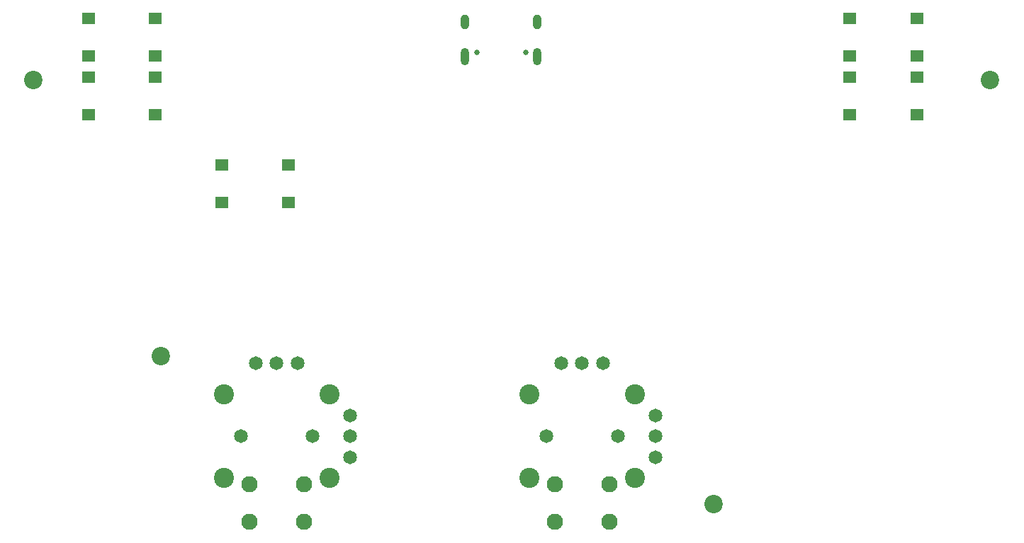
<source format=gbr>
%TF.GenerationSoftware,KiCad,Pcbnew,9.0.0-9.0.0-2~ubuntu24.04.1*%
%TF.CreationDate,2025-03-18T17:56:42+01:00*%
%TF.ProjectId,omnicontroller,6f6d6e69-636f-46e7-9472-6f6c6c65722e,rev?*%
%TF.SameCoordinates,Original*%
%TF.FileFunction,Soldermask,Bot*%
%TF.FilePolarity,Negative*%
%FSLAX46Y46*%
G04 Gerber Fmt 4.6, Leading zero omitted, Abs format (unit mm)*
G04 Created by KiCad (PCBNEW 9.0.0-9.0.0-2~ubuntu24.04.1) date 2025-03-18 17:56:42*
%MOMM*%
%LPD*%
G01*
G04 APERTURE LIST*
%ADD10C,1.650000*%
%ADD11C,2.400000*%
%ADD12C,1.950000*%
%ADD13C,0.650000*%
%ADD14O,1.000000X2.100000*%
%ADD15O,1.000000X1.800000*%
%ADD16C,2.200000*%
%ADD17R,1.600000X1.400000*%
G04 APERTURE END LIST*
D10*
%TO.C,LeftStick1*%
X85700000Y-98500000D03*
X94300000Y-98500000D03*
X87500000Y-89770000D03*
X90000000Y-89770000D03*
X92500000Y-89770000D03*
D11*
X83675000Y-93500000D03*
X96325000Y-93500000D03*
X96325000Y-103500000D03*
X83675000Y-103500000D03*
D12*
X86750000Y-104250000D03*
X93250000Y-104250000D03*
X86750000Y-108750000D03*
X93250000Y-108750000D03*
D10*
X98730000Y-96000000D03*
X98730000Y-98500000D03*
X98730000Y-101000000D03*
%TD*%
%TO.C,RightStick1*%
X122200000Y-98500000D03*
X130800000Y-98500000D03*
X124000000Y-89770000D03*
X126500000Y-89770000D03*
X129000000Y-89770000D03*
D11*
X120175000Y-93500000D03*
X132825000Y-93500000D03*
X132825000Y-103500000D03*
X120175000Y-103500000D03*
D12*
X123250000Y-104250000D03*
X129750000Y-104250000D03*
X123250000Y-108750000D03*
X129750000Y-108750000D03*
D10*
X135230000Y-96000000D03*
X135230000Y-98500000D03*
X135230000Y-101000000D03*
%TD*%
D13*
%TO.C,J1*%
X119730000Y-52605000D03*
X113950000Y-52605000D03*
D14*
X121160000Y-53125000D03*
D15*
X121160000Y-48925000D03*
D14*
X112520000Y-53125000D03*
D15*
X112520000Y-48925000D03*
%TD*%
D16*
%TO.C,REF\u002A\u002A*%
X175260000Y-55880000D03*
%TD*%
%TO.C,REF\u002A\u002A*%
X60960000Y-55880000D03*
%TD*%
%TO.C,REF\u002A\u002A*%
X142240000Y-106600000D03*
%TD*%
%TO.C,REF\u002A\u002A*%
X76200000Y-88900000D03*
%TD*%
D17*
%TO.C,L2*%
X75500000Y-55550000D03*
X67500000Y-55550000D03*
X75500000Y-60050000D03*
X67500000Y-60050000D03*
%TD*%
%TO.C,BOOT_SEL1*%
X83440000Y-70540000D03*
X91440000Y-70540000D03*
X83440000Y-66040000D03*
X91440000Y-66040000D03*
%TD*%
%TO.C,L1*%
X75500000Y-48550000D03*
X67500000Y-48550000D03*
X75500000Y-53050000D03*
X67500000Y-53050000D03*
%TD*%
%TO.C,bR2*%
X166500000Y-55550000D03*
X158500000Y-55550000D03*
X166500000Y-60050000D03*
X158500000Y-60050000D03*
%TD*%
%TO.C,bR1*%
X166500000Y-48550000D03*
X158500000Y-48550000D03*
X166500000Y-53050000D03*
X158500000Y-53050000D03*
%TD*%
M02*

</source>
